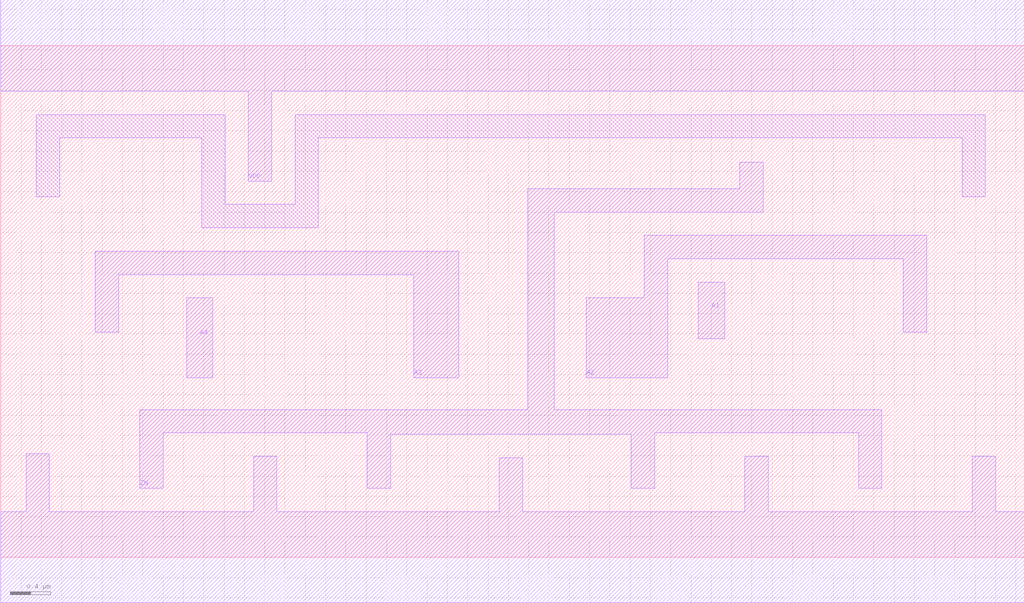
<source format=lef>
# Copyright 2022 GlobalFoundries PDK Authors
#
# Licensed under the Apache License, Version 2.0 (the "License");
# you may not use this file except in compliance with the License.
# You may obtain a copy of the License at
#
#      http://www.apache.org/licenses/LICENSE-2.0
#
# Unless required by applicable law or agreed to in writing, software
# distributed under the License is distributed on an "AS IS" BASIS,
# WITHOUT WARRANTIES OR CONDITIONS OF ANY KIND, either express or implied.
# See the License for the specific language governing permissions and
# limitations under the License.

MACRO gf180mcu_fd_sc_mcu9t5v0__nor4_2
  CLASS core ;
  FOREIGN gf180mcu_fd_sc_mcu9t5v0__nor4_2 0.0 0.0 ;
  ORIGIN 0 0 ;
  SYMMETRY X Y ;
  SITE GF018hv5v_green_sc9 ;
  SIZE 10.08 BY 5.04 ;
  PIN A1
    DIRECTION INPUT ;
    ANTENNAGATEAREA 2.622 ;
    PORT
      LAYER METAL1 ;
        POLYGON 6.87 2.15 7.13 2.15 7.13 2.71 6.87 2.71  ;
    END
  END A1
  PIN A2
    DIRECTION INPUT ;
    ANTENNAGATEAREA 2.622 ;
    PORT
      LAYER METAL1 ;
        POLYGON 5.77 1.77 6.57 1.77 6.57 2.94 8.89 2.94 8.89 2.215 9.12 2.215 9.12 3.17 6.34 3.17 6.34 2.555 5.77 2.555  ;
    END
  END A2
  PIN A3
    DIRECTION INPUT ;
    ANTENNAGATEAREA 2.622 ;
    PORT
      LAYER METAL1 ;
        POLYGON 0.93 2.215 1.16 2.215 1.16 2.785 4.07 2.785 4.07 1.77 4.51 1.77 4.51 3.015 0.93 3.015  ;
    END
  END A3
  PIN A4
    DIRECTION INPUT ;
    ANTENNAGATEAREA 2.622 ;
    PORT
      LAYER METAL1 ;
        POLYGON 1.83 1.77 2.09 1.77 2.09 2.555 1.83 2.555  ;
    END
  END A4
  PIN ZN
    DIRECTION OUTPUT ;
    ANTENNADIFFAREA 2.7182 ;
    PORT
      LAYER METAL1 ;
        POLYGON 1.37 0.68 1.6 0.68 1.6 1.225 3.61 1.225 3.61 0.68 3.84 0.68 3.84 1.21 6.21 1.21 6.21 0.68 6.44 0.68 6.44 1.225 8.45 1.225 8.45 0.68 8.68 0.68 8.68 1.455 5.45 1.455 5.45 3.4 7.51 3.4 7.51 3.89 7.28 3.89 7.28 3.63 5.19 3.63 5.19 1.455 1.37 1.455  ;
    END
  END ZN
  PIN VDD
    DIRECTION INOUT ;
    USE power ;
    SHAPE ABUTMENT ;
    PORT
      LAYER METAL1 ;
        POLYGON 0 4.59 2.44 4.59 2.44 3.705 2.67 3.705 2.67 4.59 9.7 4.59 10.08 4.59 10.08 5.49 9.7 5.49 0 5.49  ;
    END
  END VDD
  PIN VSS
    DIRECTION INOUT ;
    USE ground ;
    SHAPE ABUTMENT ;
    PORT
      LAYER METAL1 ;
        POLYGON 0 -0.45 10.08 -0.45 10.08 0.45 9.8 0.45 9.8 0.995 9.57 0.995 9.57 0.45 7.56 0.45 7.56 0.995 7.33 0.995 7.33 0.45 5.14 0.45 5.14 0.98 4.91 0.98 4.91 0.45 2.72 0.45 2.72 0.995 2.49 0.995 2.49 0.45 0.48 0.45 0.48 1.02 0.25 1.02 0.25 0.45 0 0.45  ;
    END
  END VSS
  OBS
      LAYER METAL1 ;
        POLYGON 0.35 3.55 0.58 3.55 0.58 4.13 1.98 4.13 1.98 3.245 3.13 3.245 3.13 4.13 9.47 4.13 9.47 3.55 9.7 3.55 9.7 4.36 2.9 4.36 2.9 3.475 2.21 3.475 2.21 4.36 0.35 4.36  ;
  END
END gf180mcu_fd_sc_mcu9t5v0__nor4_2

</source>
